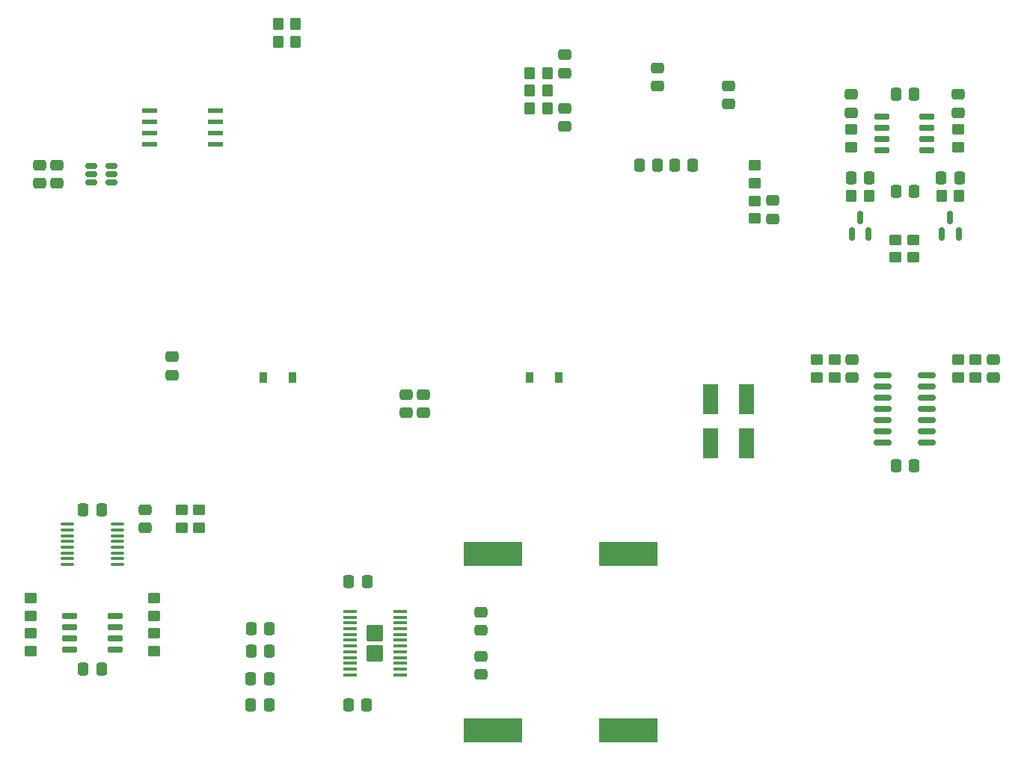
<source format=gtp>
G04 #@! TF.GenerationSoftware,KiCad,Pcbnew,6.0.6-2.fc35*
G04 #@! TF.CreationDate,2022-07-15T01:41:46+02:00*
G04 #@! TF.ProjectId,office_amp,6f666669-6365-45f6-916d-702e6b696361,rev?*
G04 #@! TF.SameCoordinates,Original*
G04 #@! TF.FileFunction,Paste,Top*
G04 #@! TF.FilePolarity,Positive*
%FSLAX46Y46*%
G04 Gerber Fmt 4.6, Leading zero omitted, Abs format (unit mm)*
G04 Created by KiCad (PCBNEW 6.0.6-2.fc35) date 2022-07-15 01:41:46*
%MOMM*%
%LPD*%
G01*
G04 APERTURE LIST*
G04 Aperture macros list*
%AMRoundRect*
0 Rectangle with rounded corners*
0 $1 Rounding radius*
0 $2 $3 $4 $5 $6 $7 $8 $9 X,Y pos of 4 corners*
0 Add a 4 corners polygon primitive as box body*
4,1,4,$2,$3,$4,$5,$6,$7,$8,$9,$2,$3,0*
0 Add four circle primitives for the rounded corners*
1,1,$1+$1,$2,$3*
1,1,$1+$1,$4,$5*
1,1,$1+$1,$6,$7*
1,1,$1+$1,$8,$9*
0 Add four rect primitives between the rounded corners*
20,1,$1+$1,$2,$3,$4,$5,0*
20,1,$1+$1,$4,$5,$6,$7,0*
20,1,$1+$1,$6,$7,$8,$9,0*
20,1,$1+$1,$8,$9,$2,$3,0*%
G04 Aperture macros list end*
%ADD10RoundRect,0.250000X0.450000X-0.350000X0.450000X0.350000X-0.450000X0.350000X-0.450000X-0.350000X0*%
%ADD11R,1.750000X0.550000*%
%ADD12RoundRect,0.150000X-0.512500X-0.150000X0.512500X-0.150000X0.512500X0.150000X-0.512500X0.150000X0*%
%ADD13RoundRect,0.250000X0.337500X0.475000X-0.337500X0.475000X-0.337500X-0.475000X0.337500X-0.475000X0*%
%ADD14RoundRect,0.250000X-0.475000X0.337500X-0.475000X-0.337500X0.475000X-0.337500X0.475000X0.337500X0*%
%ADD15RoundRect,0.250000X-0.337500X-0.475000X0.337500X-0.475000X0.337500X0.475000X-0.337500X0.475000X0*%
%ADD16RoundRect,0.250000X0.475000X-0.337500X0.475000X0.337500X-0.475000X0.337500X-0.475000X-0.337500X0*%
%ADD17R,0.900000X1.200000*%
%ADD18RoundRect,0.250000X-0.450000X0.350000X-0.450000X-0.350000X0.450000X-0.350000X0.450000X0.350000X0*%
%ADD19RoundRect,0.250000X-0.350000X-0.450000X0.350000X-0.450000X0.350000X0.450000X-0.350000X0.450000X0*%
%ADD20RoundRect,0.150000X0.150000X-0.587500X0.150000X0.587500X-0.150000X0.587500X-0.150000X-0.587500X0*%
%ADD21RoundRect,0.250000X0.350000X0.450000X-0.350000X0.450000X-0.350000X-0.450000X0.350000X-0.450000X0*%
%ADD22RoundRect,0.250000X-0.715000X-0.695000X0.715000X-0.695000X0.715000X0.695000X-0.715000X0.695000X0*%
%ADD23RoundRect,0.100000X-0.687500X-0.100000X0.687500X-0.100000X0.687500X0.100000X-0.687500X0.100000X0*%
%ADD24R,6.705000X2.794000*%
%ADD25RoundRect,0.150000X-0.725000X-0.150000X0.725000X-0.150000X0.725000X0.150000X-0.725000X0.150000X0*%
%ADD26R,1.800000X3.500000*%
%ADD27RoundRect,0.100000X-0.637500X-0.100000X0.637500X-0.100000X0.637500X0.100000X-0.637500X0.100000X0*%
%ADD28RoundRect,0.150000X0.825000X0.150000X-0.825000X0.150000X-0.825000X-0.150000X0.825000X-0.150000X0*%
%ADD29RoundRect,0.150000X0.725000X0.150000X-0.725000X0.150000X-0.725000X-0.150000X0.725000X-0.150000X0*%
G04 APERTURE END LIST*
D10*
X113100000Y-118000000D03*
X113100000Y-116000000D03*
X111100000Y-118000000D03*
X111100000Y-116000000D03*
D11*
X114900000Y-70800000D03*
X114900000Y-74610000D03*
X114900000Y-73340000D03*
X114900000Y-72070000D03*
X107500000Y-74610000D03*
X107500000Y-72070000D03*
X107500000Y-70800000D03*
X107500000Y-73340000D03*
D12*
X100862500Y-77050000D03*
X100862500Y-78000000D03*
X100862500Y-78950000D03*
X103137500Y-78950000D03*
X103137500Y-78000000D03*
X103137500Y-77050000D03*
D13*
X168982500Y-77000000D03*
X166907500Y-77000000D03*
D14*
X165000000Y-65962500D03*
X165000000Y-68037500D03*
D15*
X162907500Y-77000000D03*
X164982500Y-77000000D03*
D16*
X186900000Y-71037500D03*
X186900000Y-68962500D03*
D15*
X197062500Y-78400000D03*
X199137500Y-78400000D03*
D13*
X188937500Y-78400000D03*
X186862500Y-78400000D03*
X194037500Y-111000000D03*
X191962500Y-111000000D03*
D16*
X202950000Y-101037500D03*
X202950000Y-98962500D03*
X187000000Y-101037500D03*
X187000000Y-98962500D03*
D17*
X153800000Y-101000000D03*
X150500000Y-101000000D03*
X123650000Y-101000000D03*
X120350000Y-101000000D03*
D10*
X186900000Y-74900000D03*
X186900000Y-72900000D03*
D18*
X193900000Y-85400000D03*
X193900000Y-87400000D03*
X191900000Y-85400000D03*
X191900000Y-87400000D03*
D10*
X200950000Y-101000000D03*
X200950000Y-99000000D03*
X185000000Y-101000000D03*
X185000000Y-99000000D03*
D18*
X199000000Y-99000000D03*
X199000000Y-101000000D03*
X183000000Y-99000000D03*
X183000000Y-101000000D03*
D16*
X97000000Y-79037500D03*
X97000000Y-76962500D03*
X95000000Y-79037500D03*
X95000000Y-76962500D03*
D15*
X191962500Y-68900000D03*
X194037500Y-68900000D03*
D10*
X199000000Y-74900000D03*
X199000000Y-72900000D03*
D16*
X199000000Y-71037500D03*
X199000000Y-68962500D03*
D19*
X197100000Y-80400000D03*
X199100000Y-80400000D03*
D20*
X197150000Y-84737500D03*
X199050000Y-84737500D03*
X198100000Y-82862500D03*
X186950000Y-84737500D03*
X188850000Y-84737500D03*
X187900000Y-82862500D03*
D21*
X188900000Y-80400000D03*
X186900000Y-80400000D03*
D15*
X191962500Y-79900000D03*
X194037500Y-79900000D03*
D22*
X133000000Y-132270000D03*
X133000000Y-129930000D03*
D23*
X130137500Y-127525000D03*
X130137500Y-128175000D03*
X130137500Y-128825000D03*
X130137500Y-129475000D03*
X130137500Y-130125000D03*
X130137500Y-130775000D03*
X130137500Y-131425000D03*
X130137500Y-132075000D03*
X130137500Y-132725000D03*
X130137500Y-133375000D03*
X130137500Y-134025000D03*
X130137500Y-134675000D03*
X135862500Y-134675000D03*
X135862500Y-134025000D03*
X135862500Y-133375000D03*
X135862500Y-132725000D03*
X135862500Y-132075000D03*
X135862500Y-131425000D03*
X135862500Y-130775000D03*
X135862500Y-130125000D03*
X135862500Y-129475000D03*
X135862500Y-128825000D03*
X135862500Y-128175000D03*
X135862500Y-127525000D03*
D14*
X145000000Y-127562500D03*
X145000000Y-129637500D03*
D13*
X121037500Y-129500000D03*
X118962500Y-129500000D03*
D24*
X146316500Y-121000000D03*
X161683500Y-121000000D03*
D16*
X145000000Y-134637500D03*
X145000000Y-132562500D03*
D13*
X121000000Y-135100000D03*
X118925000Y-135100000D03*
D15*
X129962500Y-138100000D03*
X132037500Y-138100000D03*
X130000000Y-124100000D03*
X132075000Y-124100000D03*
D24*
X146316500Y-141000000D03*
X161683500Y-141000000D03*
D13*
X121000000Y-138100000D03*
X118925000Y-138100000D03*
X121037500Y-132000000D03*
X118962500Y-132000000D03*
D14*
X138500000Y-102962500D03*
X138500000Y-105037500D03*
D16*
X178000000Y-83037500D03*
X178000000Y-80962500D03*
D21*
X152500000Y-70544888D03*
X150500000Y-70544888D03*
D16*
X154500000Y-72582388D03*
X154500000Y-70507388D03*
D18*
X108000000Y-126000000D03*
X108000000Y-128000000D03*
D13*
X102037500Y-134000000D03*
X99962500Y-134000000D03*
D10*
X94000000Y-132000000D03*
X94000000Y-130000000D03*
X108000000Y-132000000D03*
X108000000Y-130000000D03*
D14*
X136500000Y-102962500D03*
X136500000Y-105037500D03*
D10*
X176000000Y-79000000D03*
X176000000Y-77000000D03*
D21*
X152500000Y-66544888D03*
X150500000Y-66544888D03*
X124000000Y-61000000D03*
X122000000Y-61000000D03*
D16*
X154500000Y-66544888D03*
X154500000Y-64469888D03*
X107000000Y-118037500D03*
X107000000Y-115962500D03*
D25*
X98425000Y-127995000D03*
X98425000Y-129265000D03*
X98425000Y-130535000D03*
X98425000Y-131805000D03*
X103575000Y-131805000D03*
X103575000Y-130535000D03*
X103575000Y-129265000D03*
X103575000Y-127995000D03*
D14*
X110000000Y-98662500D03*
X110000000Y-100737500D03*
D26*
X175000000Y-108500000D03*
X175000000Y-103500000D03*
D27*
X98137500Y-117625000D03*
X98137500Y-118275000D03*
X98137500Y-118925000D03*
X98137500Y-119575000D03*
X98137500Y-120225000D03*
X98137500Y-120875000D03*
X98137500Y-121525000D03*
X98137500Y-122175000D03*
X103862500Y-122175000D03*
X103862500Y-121525000D03*
X103862500Y-120875000D03*
X103862500Y-120225000D03*
X103862500Y-119575000D03*
X103862500Y-118925000D03*
X103862500Y-118275000D03*
X103862500Y-117625000D03*
D10*
X176000000Y-83000000D03*
X176000000Y-81000000D03*
D28*
X195437500Y-108410000D03*
X195437500Y-107140000D03*
X195437500Y-105870000D03*
X195437500Y-104600000D03*
X195437500Y-103330000D03*
X195437500Y-102060000D03*
X195437500Y-100790000D03*
X190487500Y-100790000D03*
X190487500Y-102060000D03*
X190487500Y-103330000D03*
X190487500Y-104600000D03*
X190487500Y-105870000D03*
X190487500Y-107140000D03*
X190487500Y-108410000D03*
D13*
X102037500Y-116000000D03*
X99962500Y-116000000D03*
D26*
X171000000Y-108500000D03*
X171000000Y-103500000D03*
D18*
X94000000Y-126000000D03*
X94000000Y-128000000D03*
D21*
X124000000Y-63000000D03*
X122000000Y-63000000D03*
D29*
X195475000Y-75305000D03*
X195475000Y-74035000D03*
X195475000Y-72765000D03*
X195475000Y-71495000D03*
X190325000Y-71495000D03*
X190325000Y-72765000D03*
X190325000Y-74035000D03*
X190325000Y-75305000D03*
D16*
X173000000Y-70037500D03*
X173000000Y-67962500D03*
D21*
X152500000Y-68544888D03*
X150500000Y-68544888D03*
M02*

</source>
